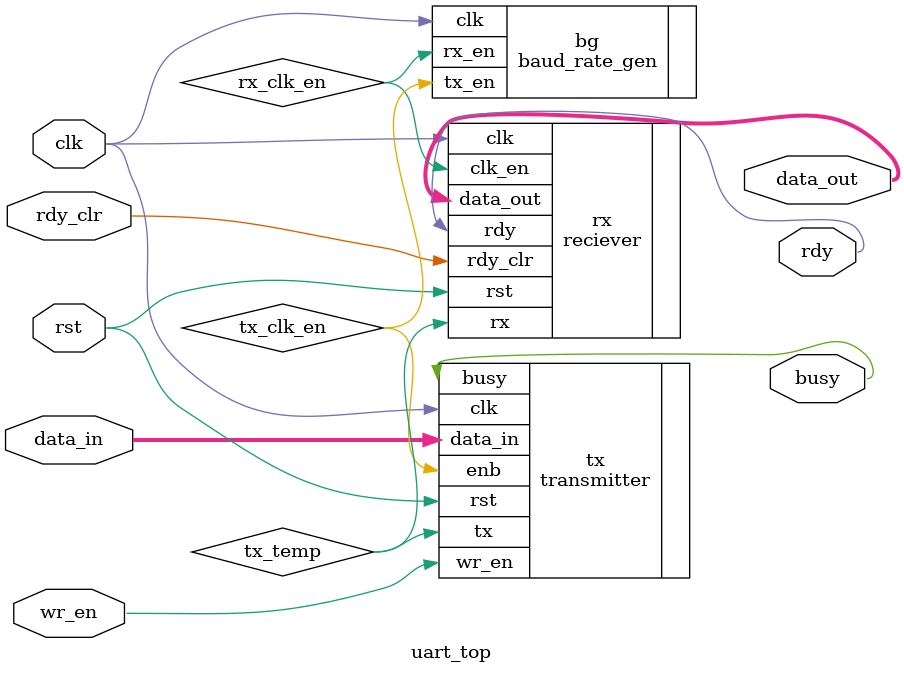
<source format=v>
`timescale 1ns / 1ps

/*this module integartes the components of UART interfsce including
 a baud rate generator, a transmitter and a receiver. it handles 
 both transmitting and receiving data at a specified baud rate, controlled
 by enabling signals*/
 
 
module uart_top(
 input rst,
 input [7:0] data_in,
 input wr_en, clk, rdy_clr,
 output rdy, busy,
 output [7:0] data_out);
 
 wire rx_clk_en; // collection o/p of baud rate gen. rx_en signal
 wire tx_clk_en; // collection o/p of baud rate gen. tx_en signal
 wire tx_temp;  // collecting output of tx module 
 
 
 // instantiation 
 baud_rate_gen bg (
    .clk(clk), 
    .tx_en(tx_clk_en), 
    .rx_en(rx_clk_en));
      
 transmitter tx (
    .clk(clk),
    .wr_en(wr_en), 
    .enb(tx_clk_en),
    .rst(rst),
    .data_in(data_in),
    .tx(tx_temp),
    .busy(busy));
    
 reciever rx (
      .clk(clk),
      .rst (rst),
      .rx(tx_temp),
      .rdy_clr (rdy_clr),
      .clk_en(rx_clk_en),
      .rdy(rdy),
      .data_out(data_out));
      
 
 
 

endmodule

</source>
